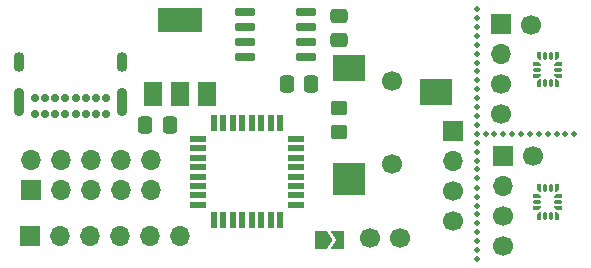
<source format=gbr>
%TF.GenerationSoftware,KiCad,Pcbnew,(6.0.2-0)*%
%TF.CreationDate,2023-10-19T17:34:19-05:00*%
%TF.ProjectId,airsticks_pcb,61697273-7469-4636-9b73-5f7063622e6b,rev?*%
%TF.SameCoordinates,Original*%
%TF.FileFunction,Soldermask,Top*%
%TF.FilePolarity,Negative*%
%FSLAX46Y46*%
G04 Gerber Fmt 4.6, Leading zero omitted, Abs format (unit mm)*
G04 Created by KiCad (PCBNEW (6.0.2-0)) date 2023-10-19 17:34:19*
%MOMM*%
%LPD*%
G01*
G04 APERTURE LIST*
G04 Aperture macros list*
%AMRoundRect*
0 Rectangle with rounded corners*
0 $1 Rounding radius*
0 $2 $3 $4 $5 $6 $7 $8 $9 X,Y pos of 4 corners*
0 Add a 4 corners polygon primitive as box body*
4,1,4,$2,$3,$4,$5,$6,$7,$8,$9,$2,$3,0*
0 Add four circle primitives for the rounded corners*
1,1,$1+$1,$2,$3*
1,1,$1+$1,$4,$5*
1,1,$1+$1,$6,$7*
1,1,$1+$1,$8,$9*
0 Add four rect primitives between the rounded corners*
20,1,$1+$1,$2,$3,$4,$5,0*
20,1,$1+$1,$4,$5,$6,$7,0*
20,1,$1+$1,$6,$7,$8,$9,0*
20,1,$1+$1,$8,$9,$2,$3,0*%
%AMFreePoly0*
4,1,48,0.036020,0.199191,0.037970,0.199714,0.040958,0.198321,0.057086,0.195477,0.069630,0.184951,0.084467,0.178033,0.290533,-0.028033,0.293203,-0.031847,0.294953,-0.032857,0.296081,-0.035957,0.305473,-0.049370,0.306900,-0.065680,0.312500,-0.081066,0.312500,-0.125000,0.310782,-0.134742,0.311361,-0.138024,0.309695,-0.140910,0.307977,-0.150652,0.295451,-0.165579,0.285709,-0.182453,
0.279350,-0.184767,0.275000,-0.189952,0.255809,-0.193336,0.237500,-0.200000,-0.237500,-0.200000,-0.247242,-0.198282,-0.250524,-0.198861,-0.253410,-0.197195,-0.263152,-0.195477,-0.278079,-0.182951,-0.294953,-0.173209,-0.297267,-0.166850,-0.302452,-0.162500,-0.305836,-0.143309,-0.312500,-0.125000,-0.312500,0.125000,-0.310782,0.134742,-0.311361,0.138024,-0.309695,0.140910,-0.307977,0.150652,
-0.295451,0.165579,-0.285709,0.182453,-0.279350,0.184767,-0.275000,0.189952,-0.255809,0.193336,-0.237500,0.200000,0.031434,0.200000,0.036020,0.199191,0.036020,0.199191,$1*%
%AMFreePoly1*
4,1,48,0.247242,0.198282,0.250524,0.198861,0.253410,0.197195,0.263152,0.195477,0.278079,0.182951,0.294953,0.173209,0.297267,0.166850,0.302452,0.162500,0.305836,0.143309,0.312500,0.125000,0.312500,0.081066,0.311691,0.076480,0.312214,0.074529,0.310820,0.071540,0.307977,0.055414,0.297452,0.042871,0.290533,0.028033,0.084467,-0.178033,0.080653,-0.180703,0.079643,-0.182453,
0.076543,-0.183581,0.063130,-0.192973,0.046819,-0.194400,0.031434,-0.200000,-0.237500,-0.200000,-0.247242,-0.198282,-0.250524,-0.198861,-0.253410,-0.197195,-0.263152,-0.195477,-0.278079,-0.182951,-0.294953,-0.173209,-0.297267,-0.166850,-0.302452,-0.162500,-0.305836,-0.143309,-0.312500,-0.125000,-0.312500,0.125000,-0.310782,0.134742,-0.311361,0.138024,-0.309695,0.140910,-0.307977,0.150652,
-0.295451,0.165579,-0.285709,0.182453,-0.279350,0.184767,-0.275000,0.189952,-0.255809,0.193336,-0.237500,0.200000,0.237500,0.200000,0.247242,0.198282,0.247242,0.198282,$1*%
%AMFreePoly2*
4,1,48,0.134742,0.310782,0.138024,0.311361,0.140910,0.309695,0.150652,0.307977,0.165579,0.295451,0.182453,0.285709,0.184767,0.279350,0.189952,0.275000,0.193336,0.255809,0.200000,0.237500,0.200000,-0.237500,0.198282,-0.247242,0.198861,-0.250524,0.197195,-0.253410,0.195477,-0.263152,0.182951,-0.278079,0.173209,-0.294953,0.166850,-0.297267,0.162500,-0.302452,0.143309,-0.305836,
0.125000,-0.312500,-0.125000,-0.312500,-0.134742,-0.310782,-0.138024,-0.311361,-0.140910,-0.309695,-0.150652,-0.307977,-0.165579,-0.295451,-0.182453,-0.285709,-0.184767,-0.279350,-0.189952,-0.275000,-0.193336,-0.255809,-0.200000,-0.237500,-0.200000,0.031434,-0.199191,0.036020,-0.199714,0.037970,-0.198321,0.040958,-0.195477,0.057086,-0.184951,0.069630,-0.178033,0.084467,0.028033,0.290533,
0.031847,0.293203,0.032857,0.294953,0.035957,0.296081,0.049370,0.305473,0.065680,0.306900,0.081066,0.312500,0.125000,0.312500,0.134742,0.310782,0.134742,0.310782,$1*%
%AMFreePoly3*
4,1,48,-0.076480,0.311691,-0.074530,0.312214,-0.071542,0.310821,-0.055414,0.307977,-0.042870,0.297451,-0.028033,0.290533,0.178033,0.084467,0.180703,0.080653,0.182453,0.079643,0.183581,0.076543,0.192973,0.063130,0.194400,0.046820,0.200000,0.031434,0.200000,-0.237500,0.198282,-0.247242,0.198861,-0.250524,0.197195,-0.253410,0.195477,-0.263152,0.182951,-0.278079,0.173209,-0.294953,
0.166850,-0.297267,0.162500,-0.302452,0.143309,-0.305836,0.125000,-0.312500,-0.125000,-0.312500,-0.134742,-0.310782,-0.138024,-0.311361,-0.140910,-0.309695,-0.150652,-0.307977,-0.165579,-0.295451,-0.182453,-0.285709,-0.184767,-0.279350,-0.189952,-0.275000,-0.193336,-0.255809,-0.200000,-0.237500,-0.200000,0.237500,-0.198282,0.247242,-0.198861,0.250524,-0.197195,0.253410,-0.195477,0.263152,
-0.182951,0.278079,-0.173209,0.294953,-0.166850,0.297267,-0.162500,0.302452,-0.143309,0.305836,-0.125000,0.312500,-0.081066,0.312500,-0.076480,0.311691,-0.076480,0.311691,$1*%
%AMFreePoly4*
4,1,48,0.247242,0.198282,0.250524,0.198861,0.253410,0.197195,0.263152,0.195477,0.278079,0.182951,0.294953,0.173209,0.297267,0.166850,0.302452,0.162500,0.305836,0.143309,0.312500,0.125000,0.312500,-0.125000,0.310782,-0.134742,0.311361,-0.138024,0.309695,-0.140910,0.307977,-0.150652,0.295451,-0.165579,0.285709,-0.182453,0.279350,-0.184767,0.275000,-0.189952,0.255809,-0.193336,
0.237500,-0.200000,-0.031434,-0.200000,-0.036020,-0.199191,-0.037971,-0.199714,-0.040960,-0.198320,-0.057086,-0.195477,-0.069629,-0.184952,-0.084467,-0.178033,-0.290533,0.028033,-0.293203,0.031847,-0.294953,0.032857,-0.296081,0.035957,-0.305473,0.049370,-0.306900,0.065681,-0.312500,0.081066,-0.312500,0.125000,-0.310782,0.134742,-0.311361,0.138024,-0.309695,0.140910,-0.307977,0.150652,
-0.295451,0.165579,-0.285709,0.182453,-0.279350,0.184767,-0.275000,0.189952,-0.255809,0.193336,-0.237500,0.200000,0.237500,0.200000,0.247242,0.198282,0.247242,0.198282,$1*%
%AMFreePoly5*
4,1,48,0.247242,0.198282,0.250524,0.198861,0.253410,0.197195,0.263152,0.195477,0.278079,0.182951,0.294953,0.173209,0.297267,0.166850,0.302452,0.162500,0.305836,0.143309,0.312500,0.125000,0.312500,-0.125000,0.310782,-0.134742,0.311361,-0.138024,0.309695,-0.140910,0.307977,-0.150652,0.295451,-0.165579,0.285709,-0.182453,0.279350,-0.184767,0.275000,-0.189952,0.255809,-0.193336,
0.237500,-0.200000,-0.237500,-0.200000,-0.247242,-0.198282,-0.250524,-0.198861,-0.253410,-0.197195,-0.263152,-0.195477,-0.278079,-0.182951,-0.294953,-0.173209,-0.297267,-0.166850,-0.302452,-0.162500,-0.305836,-0.143309,-0.312500,-0.125000,-0.312500,-0.081066,-0.311691,-0.076480,-0.312214,-0.074530,-0.310821,-0.071542,-0.307977,-0.055414,-0.297451,-0.042870,-0.290533,-0.028033,-0.084467,0.178033,
-0.080653,0.180703,-0.079643,0.182453,-0.076543,0.183581,-0.063130,0.192973,-0.046820,0.194400,-0.031434,0.200000,0.237500,0.200000,0.247242,0.198282,0.247242,0.198282,$1*%
%AMFreePoly6*
4,1,48,0.134742,0.310782,0.138024,0.311361,0.140910,0.309695,0.150652,0.307977,0.165579,0.295451,0.182453,0.285709,0.184767,0.279350,0.189952,0.275000,0.193336,0.255809,0.200000,0.237500,0.200000,-0.031434,0.199191,-0.036020,0.199714,-0.037971,0.198320,-0.040960,0.195477,-0.057086,0.184952,-0.069629,0.178033,-0.084467,-0.028033,-0.290533,-0.031847,-0.293203,-0.032857,-0.294953,
-0.035957,-0.296081,-0.049370,-0.305473,-0.065681,-0.306900,-0.081066,-0.312500,-0.125000,-0.312500,-0.134742,-0.310782,-0.138024,-0.311361,-0.140910,-0.309695,-0.150652,-0.307977,-0.165579,-0.295451,-0.182453,-0.285709,-0.184767,-0.279350,-0.189952,-0.275000,-0.193336,-0.255809,-0.200000,-0.237500,-0.200000,0.237500,-0.198282,0.247242,-0.198861,0.250524,-0.197195,0.253410,-0.195477,0.263152,
-0.182951,0.278079,-0.173209,0.294953,-0.166850,0.297267,-0.162500,0.302452,-0.143309,0.305836,-0.125000,0.312500,0.125000,0.312500,0.134742,0.310782,0.134742,0.310782,$1*%
%AMFreePoly7*
4,1,48,0.134742,0.310782,0.138024,0.311361,0.140910,0.309695,0.150652,0.307977,0.165579,0.295451,0.182453,0.285709,0.184767,0.279350,0.189952,0.275000,0.193336,0.255809,0.200000,0.237500,0.200000,-0.237500,0.198282,-0.247242,0.198861,-0.250524,0.197195,-0.253410,0.195477,-0.263152,0.182951,-0.278079,0.173209,-0.294953,0.166850,-0.297267,0.162500,-0.302452,0.143309,-0.305836,
0.125000,-0.312500,0.081066,-0.312500,0.076480,-0.311691,0.074529,-0.312214,0.071540,-0.310820,0.055414,-0.307977,0.042871,-0.297452,0.028033,-0.290533,-0.178033,-0.084467,-0.180703,-0.080653,-0.182453,-0.079643,-0.183581,-0.076543,-0.192973,-0.063130,-0.194400,-0.046819,-0.200000,-0.031434,-0.200000,0.237500,-0.198282,0.247242,-0.198861,0.250524,-0.197195,0.253410,-0.195477,0.263152,
-0.182951,0.278079,-0.173209,0.294953,-0.166850,0.297267,-0.162500,0.302452,-0.143309,0.305836,-0.125000,0.312500,0.125000,0.312500,0.134742,0.310782,0.134742,0.310782,$1*%
%AMFreePoly8*
4,1,6,1.000000,0.000000,0.500000,-0.750000,-0.500000,-0.750000,-0.500000,0.750000,0.500000,0.750000,1.000000,0.000000,1.000000,0.000000,$1*%
%AMFreePoly9*
4,1,6,0.500000,-0.750000,-0.650000,-0.750000,-0.150000,0.000000,-0.650000,0.750000,0.500000,0.750000,0.500000,-0.750000,0.500000,-0.750000,$1*%
G04 Aperture macros list end*
%ADD10C,1.700000*%
%ADD11R,2.800000X2.200000*%
%ADD12R,2.800000X2.800000*%
%ADD13FreePoly0,90.000000*%
%ADD14RoundRect,0.100000X0.100000X-0.212500X0.100000X0.212500X-0.100000X0.212500X-0.100000X-0.212500X0*%
%ADD15FreePoly1,90.000000*%
%ADD16FreePoly2,90.000000*%
%ADD17RoundRect,0.100000X0.212500X-0.100000X0.212500X0.100000X-0.212500X0.100000X-0.212500X-0.100000X0*%
%ADD18FreePoly3,90.000000*%
%ADD19FreePoly4,90.000000*%
%ADD20FreePoly5,90.000000*%
%ADD21FreePoly6,90.000000*%
%ADD22FreePoly7,90.000000*%
%ADD23C,0.500000*%
%ADD24RoundRect,0.250000X0.337500X0.475000X-0.337500X0.475000X-0.337500X-0.475000X0.337500X-0.475000X0*%
%ADD25C,0.700000*%
%ADD26O,0.900000X1.700000*%
%ADD27O,0.900000X2.400000*%
%ADD28RoundRect,0.250000X-0.475000X0.337500X-0.475000X-0.337500X0.475000X-0.337500X0.475000X0.337500X0*%
%ADD29R,1.700000X1.700000*%
%ADD30O,1.700000X1.700000*%
%ADD31R,1.500000X2.000000*%
%ADD32R,3.800000X2.000000*%
%ADD33RoundRect,0.250000X-0.450000X0.350000X-0.450000X-0.350000X0.450000X-0.350000X0.450000X0.350000X0*%
%ADD34RoundRect,0.150000X-0.725000X-0.150000X0.725000X-0.150000X0.725000X0.150000X-0.725000X0.150000X0*%
%ADD35FreePoly8,0.000000*%
%ADD36FreePoly9,0.000000*%
%ADD37R,1.473200X0.508000*%
%ADD38R,0.508000X1.473200*%
G04 APERTURE END LIST*
D10*
%TO.C,J5*%
X52500000Y-60500000D03*
X52500000Y-67500000D03*
D11*
X56200000Y-61400000D03*
X48800000Y-59400000D03*
D12*
X48800000Y-68800000D03*
%TD*%
D13*
%TO.C,xlr_right1*%
X64900000Y-60712500D03*
D14*
X65400000Y-60712500D03*
X65900000Y-60712500D03*
D15*
X66400000Y-60712500D03*
D16*
X66562500Y-60050000D03*
D17*
X66562500Y-59550000D03*
D18*
X66562500Y-59050000D03*
D19*
X66400000Y-58387500D03*
D14*
X65900000Y-58387500D03*
X65400000Y-58387500D03*
D20*
X64900000Y-58387500D03*
D21*
X64737500Y-59050000D03*
D17*
X64737500Y-59550000D03*
D22*
X64737500Y-60050000D03*
%TD*%
D23*
%TO.C,*%
X59650000Y-67250000D03*
%TD*%
D10*
%TO.C,*%
X57625000Y-72375000D03*
%TD*%
D23*
%TO.C,*%
X62650000Y-65000000D03*
%TD*%
%TO.C,*%
X59650000Y-70300000D03*
%TD*%
%TO.C,*%
X59650000Y-71800000D03*
%TD*%
D24*
%TO.C,C1*%
X45637500Y-60800000D03*
X43562500Y-60800000D03*
%TD*%
D25*
%TO.C,J1*%
X28225000Y-63275000D03*
X27375000Y-63275000D03*
X26525000Y-63275000D03*
X25675000Y-63275000D03*
X24825000Y-63275000D03*
X23975000Y-63275000D03*
X23125000Y-63275000D03*
X22275000Y-63275000D03*
X22275000Y-61925000D03*
X23125000Y-61925000D03*
X23975000Y-61925000D03*
X24825000Y-61925000D03*
X25675000Y-61925000D03*
X26525000Y-61925000D03*
X27375000Y-61925000D03*
X28225000Y-61925000D03*
D26*
X20925000Y-58915000D03*
X29575000Y-58915000D03*
D27*
X29575000Y-62295000D03*
X20925000Y-62295000D03*
%TD*%
D23*
%TO.C,*%
X65650000Y-65000000D03*
%TD*%
%TO.C,*%
X59650000Y-54450000D03*
%TD*%
%TO.C,*%
X66400000Y-65000000D03*
%TD*%
%TO.C,*%
X61900000Y-65000000D03*
%TD*%
D28*
%TO.C,C3*%
X48000000Y-54962500D03*
X48000000Y-57037500D03*
%TD*%
D29*
%TO.C,J3*%
X21850000Y-73600000D03*
D30*
X24390000Y-73600000D03*
X26930000Y-73600000D03*
X29470000Y-73600000D03*
X32010000Y-73600000D03*
X34550000Y-73600000D03*
%TD*%
D23*
%TO.C,*%
X59650000Y-55950000D03*
%TD*%
%TO.C,*%
X64900000Y-65000000D03*
%TD*%
%TO.C,*%
X59650000Y-59700000D03*
%TD*%
D31*
%TO.C,U5*%
X32200000Y-61650000D03*
D32*
X34500000Y-55350000D03*
D31*
X34500000Y-61650000D03*
X36800000Y-61650000D03*
%TD*%
D23*
%TO.C,*%
X59650000Y-65750000D03*
%TD*%
%TO.C,*%
X64150000Y-65000000D03*
%TD*%
%TO.C,*%
X59650000Y-56700000D03*
%TD*%
%TO.C,*%
X59650000Y-57450000D03*
%TD*%
D13*
%TO.C,xlr_left1*%
X64900000Y-71912500D03*
D14*
X65400000Y-71912500D03*
X65900000Y-71912500D03*
D15*
X66400000Y-71912500D03*
D16*
X66562500Y-71250000D03*
D17*
X66562500Y-70750000D03*
D18*
X66562500Y-70250000D03*
D19*
X66400000Y-69587500D03*
D14*
X65900000Y-69587500D03*
X65400000Y-69587500D03*
D20*
X64900000Y-69587500D03*
D21*
X64737500Y-70250000D03*
D17*
X64737500Y-70750000D03*
D22*
X64737500Y-71250000D03*
%TD*%
D23*
%TO.C,*%
X59650000Y-75550000D03*
%TD*%
%TO.C,*%
X59650000Y-62750000D03*
%TD*%
%TO.C,*%
X59650000Y-68750000D03*
%TD*%
%TO.C,*%
X59650000Y-64250000D03*
%TD*%
D10*
%TO.C,*%
X61850000Y-74475000D03*
%TD*%
D23*
%TO.C,*%
X59650000Y-71050000D03*
%TD*%
%TO.C,*%
X65650000Y-65000000D03*
%TD*%
%TO.C,*%
X59650000Y-73300000D03*
%TD*%
%TO.C,*%
X59650000Y-69550000D03*
%TD*%
%TO.C,*%
X59650000Y-63500000D03*
%TD*%
D33*
%TO.C,R1*%
X48000000Y-62800000D03*
X48000000Y-64800000D03*
%TD*%
D23*
%TO.C,*%
X59650000Y-58950000D03*
%TD*%
%TO.C,*%
X59650000Y-65000000D03*
%TD*%
%TO.C,*%
X67150000Y-65000000D03*
%TD*%
D24*
%TO.C,C4*%
X33637500Y-64200000D03*
X31562500Y-64200000D03*
%TD*%
D34*
%TO.C,U4*%
X40025000Y-54695000D03*
X40025000Y-55965000D03*
X40025000Y-57235000D03*
X40025000Y-58505000D03*
X45175000Y-58505000D03*
X45175000Y-57235000D03*
X45175000Y-55965000D03*
X45175000Y-54695000D03*
%TD*%
D23*
%TO.C,*%
X63400000Y-65000000D03*
%TD*%
%TO.C,*%
X59650000Y-74800000D03*
%TD*%
%TO.C,*%
X59650000Y-55200000D03*
%TD*%
D29*
%TO.C,J4*%
X57625000Y-64770000D03*
D30*
X57625000Y-67310000D03*
D10*
X57625000Y-69850000D03*
%TD*%
D35*
%TO.C,REF\u002A\u002A*%
X46425000Y-73950000D03*
D36*
X47875000Y-73950000D03*
%TD*%
D23*
%TO.C,*%
X59650000Y-72550000D03*
%TD*%
D10*
%TO.C,*%
X53125000Y-73800000D03*
%TD*%
%TO.C,J4*%
X61850000Y-71950000D03*
D30*
X61850000Y-69410000D03*
D29*
X61850000Y-66870000D03*
%TD*%
D23*
%TO.C,*%
X61150000Y-65000000D03*
%TD*%
D10*
%TO.C,J4*%
X61725000Y-60800000D03*
D30*
X61725000Y-58260000D03*
D29*
X61725000Y-55720000D03*
%TD*%
D23*
%TO.C,*%
X59650000Y-61950000D03*
%TD*%
%TO.C,*%
X59650000Y-61200000D03*
%TD*%
%TO.C,*%
X59650000Y-68000000D03*
%TD*%
%TO.C,*%
X59650000Y-66500000D03*
%TD*%
D10*
%TO.C,*%
X64375000Y-66875000D03*
%TD*%
D29*
%TO.C,J2*%
X21925000Y-69775000D03*
D30*
X21925000Y-67235000D03*
X24465000Y-69775000D03*
X24465000Y-67235000D03*
X27005000Y-69775000D03*
X27005000Y-67235000D03*
X29545000Y-69775000D03*
X29545000Y-67235000D03*
X32085000Y-69775000D03*
X32085000Y-67235000D03*
%TD*%
D23*
%TO.C,*%
X60400000Y-65000000D03*
%TD*%
D10*
%TO.C,*%
X50600000Y-73800000D03*
%TD*%
D37*
%TO.C,U1*%
X36085200Y-65400001D03*
X36085200Y-66199999D03*
X36085200Y-67000000D03*
X36085200Y-67800001D03*
X36085200Y-68599999D03*
X36085200Y-69400000D03*
X36085200Y-70199999D03*
X36085200Y-70999999D03*
D38*
X37400001Y-72314800D03*
X38199999Y-72314800D03*
X39000000Y-72314800D03*
X39800001Y-72314800D03*
X40599999Y-72314800D03*
X41400000Y-72314800D03*
X42199999Y-72314800D03*
X42999999Y-72314800D03*
D37*
X44314800Y-70999999D03*
X44314800Y-70200001D03*
X44314800Y-69400000D03*
X44314800Y-68599999D03*
X44314800Y-67800001D03*
X44314800Y-67000000D03*
X44314800Y-66200001D03*
X44314800Y-65400001D03*
D38*
X42999999Y-64085200D03*
X42200001Y-64085200D03*
X41400000Y-64085200D03*
X40599999Y-64085200D03*
X39800001Y-64085200D03*
X39000000Y-64085200D03*
X38200001Y-64085200D03*
X37400001Y-64085200D03*
%TD*%
D23*
%TO.C,*%
X59650000Y-58200000D03*
%TD*%
%TO.C,*%
X67900000Y-65000000D03*
%TD*%
D10*
%TO.C,*%
X61725000Y-63325000D03*
%TD*%
D23*
%TO.C,*%
X59650000Y-60450000D03*
%TD*%
D10*
%TO.C,*%
X64250000Y-55725000D03*
%TD*%
D23*
%TO.C,*%
X59650000Y-74050000D03*
%TD*%
M02*

</source>
